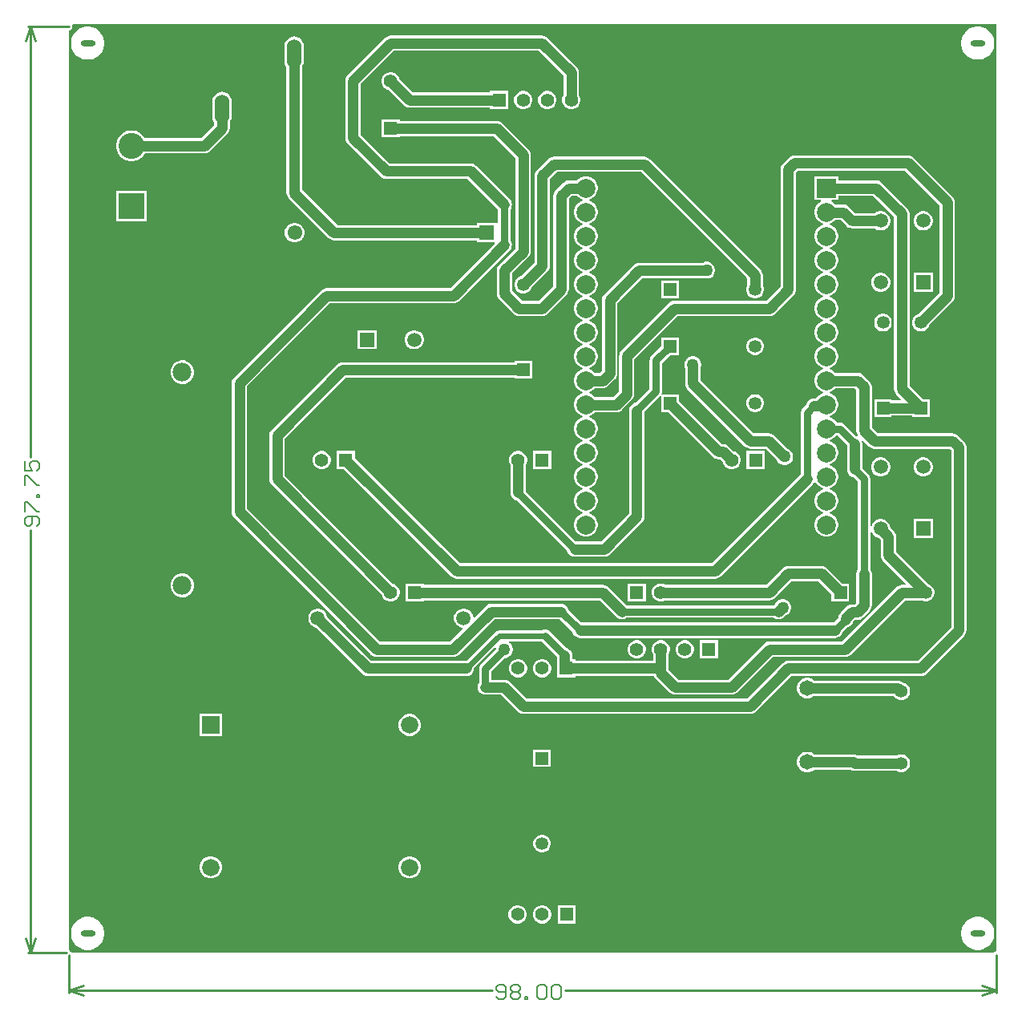
<source format=gbl>
%FSLAX23Y23*%
%MOIN*%
%SFA1B1*%

%IPPOS*%
%ADD12C,0.010000*%
%ADD30C,0.061020*%
%ADD31R,0.061020X0.061020*%
%ADD34C,0.107480*%
%ADD35R,0.107480X0.107480*%
%ADD37C,0.031500*%
%ADD38C,0.043310*%
%ADD39C,0.023620*%
%ADD40C,0.078740*%
%ADD41R,0.078740X0.078740*%
%ADD42C,0.072000*%
%ADD43R,0.072000X0.072000*%
%ADD44R,0.059370X0.059370*%
%ADD45C,0.059370*%
%ADD46O,0.060000X0.120000*%
%ADD47R,0.055120X0.055120*%
%ADD48C,0.055120*%
%ADD49R,0.053150X0.053150*%
%ADD50C,0.053150*%
%ADD51R,0.055120X0.055120*%
%ADD52C,0.064960*%
%ADD53C,0.077950*%
%ADD54R,0.053150X0.053150*%
%ADD55C,0.053470*%
%ADD56C,0.050000*%
%ADD57C,0.006000*%
%ADD58O,0.061020X0.023620*%
%LNpcb2-1*%
%LPD*%
G36*
X7086Y1028D02*
X7080Y1027D01*
X7075Y1024*
X7075Y1023*
X3239*
X3239Y1024*
X3234Y1027*
X3232Y1028*
X3232Y1029*
X3229Y1034*
X3228Y1034*
Y4856*
X3234Y4857*
X3239Y4861*
X3242Y4866*
X3243Y4871*
X3242Y4876*
X3245Y4881*
X7086*
Y1028*
G37*
%LNpcb2-2*%
%LPC*%
G36*
X7014Y4872D02*
X7001D01*
X6987Y4869*
X6975Y4864*
X6963Y4856*
X6954Y4847*
X6946Y4835*
X6941Y4823*
X6938Y4809*
Y4796*
X6941Y4783*
X6946Y4770*
X6954Y4759*
X6963Y4749*
X6975Y4741*
X6987Y4736*
X7001Y4734*
X7014*
X7028Y4736*
X7040Y4741*
X7051Y4749*
X7061Y4759*
X7069Y4770*
X7074Y4783*
X7076Y4796*
Y4809*
X7074Y4823*
X7069Y4835*
X7061Y4847*
X7051Y4856*
X7040Y4864*
X7028Y4869*
X7014Y4872*
G37*
G36*
X3313D02*
X3300D01*
X3286Y4869*
X3274Y4864*
X3263Y4856*
X3253Y4847*
X3245Y4835*
X3240Y4823*
X3238Y4809*
Y4796*
X3240Y4783*
X3245Y4770*
X3253Y4759*
X3263Y4749*
X3274Y4741*
X3286Y4736*
X3300Y4734*
X3313*
X3327Y4736*
X3339Y4741*
X3351Y4749*
X3360Y4759*
X3368Y4770*
X3373Y4783*
X3376Y4796*
Y4809*
X3373Y4823*
X3368Y4835*
X3360Y4847*
X3351Y4856*
X3339Y4864*
X3327Y4869*
X3313Y4872*
G37*
G36*
X5223Y4604D02*
X5213D01*
X5203Y4601*
X5195Y4596*
X5188Y4589*
X5183Y4581*
X5180Y4571*
Y4561*
X5183Y4552*
X5188Y4543*
X5195Y4536*
X5203Y4531*
X5213Y4529*
X5223*
X5232Y4531*
X5241Y4536*
X5248Y4543*
X5253Y4552*
X5255Y4561*
Y4571*
X5253Y4581*
X5248Y4589*
X5241Y4596*
X5232Y4601*
X5223Y4604*
G37*
G36*
X5123D02*
X5113D01*
X5103Y4601*
X5095Y4596*
X5088Y4589*
X5083Y4581*
X5080Y4571*
Y4561*
X5083Y4552*
X5088Y4543*
X5095Y4536*
X5103Y4531*
X5113Y4529*
X5123*
X5132Y4531*
X5141Y4536*
X5148Y4543*
X5153Y4552*
X5155Y4561*
Y4571*
X5153Y4581*
X5148Y4589*
X5141Y4596*
X5132Y4601*
X5123Y4604*
G37*
G36*
X4571Y4683D02*
X4561D01*
X4552Y4680*
X4543Y4675*
X4536Y4668*
X4531Y4660*
X4529Y4650*
Y4640*
X4531Y4631*
X4536Y4622*
X4543Y4615*
X4552Y4610*
X4558Y4609*
X4623Y4544*
X4629Y4539*
X4637Y4536*
X4645Y4535*
X4980*
Y4529*
X5055*
Y4604*
X4980*
Y4598*
X4658*
X4603Y4654*
X4601Y4660*
X4596Y4668*
X4589Y4675*
X4581Y4680*
X4571Y4683*
G37*
G36*
X3865Y4601D02*
X3855Y4599D01*
X3845Y4595*
X3837Y4589*
X3830Y4580*
X3826Y4571*
X3825Y4560*
Y4500*
X3826Y4490*
X3830Y4480*
X3833Y4476*
Y4462*
X3780Y4408*
X3544*
X3539Y4417*
X3530Y4426*
X3519Y4433*
X3508Y4438*
X3495Y4440*
X3483*
X3470Y4438*
X3459Y4433*
X3448Y4426*
X3440Y4417*
X3433Y4407*
X3428Y4395*
X3425Y4383*
Y4370*
X3428Y4358*
X3433Y4346*
X3440Y4336*
X3448Y4327*
X3459Y4320*
X3470Y4315*
X3483Y4313*
X3495*
X3508Y4315*
X3519Y4320*
X3530Y4327*
X3539Y4336*
X3544Y4345*
X3793*
X3801Y4346*
X3809Y4349*
X3816Y4354*
X3888Y4426*
X3893Y4433*
X3896Y4440*
X3897Y4449*
Y4476*
X3900Y4480*
X3904Y4490*
X3906Y4500*
Y4560*
X3904Y4571*
X3900Y4580*
X3894Y4589*
X3885Y4595*
X3876Y4599*
X3865Y4601*
G37*
G36*
X3553Y4190D02*
X3425D01*
Y4063*
X3553*
Y4190*
G37*
G36*
X6786Y4104D02*
X6776D01*
X6766Y4101*
X6757Y4096*
X6749Y4089*
X6744Y4080*
X6741Y4070*
Y4059*
X6744Y4049*
X6749Y4040*
X6757Y4033*
X6766Y4027*
X6776Y4025*
X6786*
X6796Y4027*
X6805Y4033*
X6813Y4040*
X6818Y4049*
X6821Y4059*
Y4070*
X6818Y4080*
X6813Y4089*
X6805Y4096*
X6796Y4101*
X6786Y4104*
G37*
G36*
X5196Y4835D02*
X4566D01*
X4558Y4833*
X4550Y4830*
X4544Y4825*
X4386Y4668*
X4381Y4661*
X4378Y4653*
X4377Y4645*
Y4409*
X4378Y4401*
X4381Y4393*
X4386Y4386*
X4525Y4248*
X4531Y4243*
X4539Y4240*
X4547Y4239*
X4886*
X5013Y4112*
Y3986*
X5012Y3985*
X5007Y3988*
Y4056*
X4926*
Y4047*
X4344*
X4197Y4194*
Y4706*
X4200Y4710*
X4204Y4720*
X4206Y4730*
Y4790*
X4204Y4801*
X4200Y4810*
X4194Y4819*
X4185Y4825*
X4176Y4829*
X4165Y4831*
X4155Y4829*
X4145Y4825*
X4137Y4819*
X4130Y4810*
X4126Y4801*
X4125Y4790*
Y4730*
X4126Y4720*
X4130Y4710*
X4133Y4706*
Y4180*
X4134Y4172*
X4138Y4164*
X4143Y4158*
X4308Y3993*
X4314Y3988*
X4322Y3984*
X4330Y3983*
X4926*
Y3975*
X4998*
X5000Y3970*
X4814Y3784*
X4300*
X4291Y3783*
X4284Y3780*
X4277Y3775*
X3914Y3412*
X3909Y3405*
X3906Y3398*
X3905Y3390*
Y2855*
X3906Y2847*
X3909Y2840*
X3914Y2833*
X4486Y2260*
X4493Y2255*
X4501Y2252*
X4509Y2251*
X4826*
X4835Y2252*
X4842Y2255*
X4849Y2260*
X4997Y2409*
X5270*
X5323Y2356*
X5323Y2353*
X5326Y2346*
X5331Y2339*
X5338Y2334*
X5346Y2331*
X5354Y2330*
X6414*
X6422Y2331*
X6430Y2334*
X6437Y2339*
X6442Y2346*
X6445Y2353*
X6445Y2356*
X6465Y2375*
X6467Y2376*
X6475Y2379*
X6482Y2384*
X6487Y2391*
X6490Y2398*
X6490Y2399*
X6498Y2406*
X6510*
X6518Y2407*
X6526Y2411*
X6532Y2416*
X6558Y2441*
X6563Y2448*
X6566Y2455*
X6567Y2464*
Y2598*
X6566Y2606*
X6563Y2614*
X6561Y2616*
Y2773*
X6566Y2773*
X6567Y2770*
X6572Y2761*
X6579Y2753*
X6589Y2748*
X6596Y2746*
X6604Y2738*
Y2674*
X6605Y2666*
X6608Y2658*
X6613Y2652*
X6709Y2556*
X6707Y2551*
X6692*
X6684Y2550*
X6676Y2547*
X6670Y2542*
X6443Y2315*
X6141*
X6133Y2314*
X6125Y2311*
X6119Y2306*
X5971Y2157*
X5764*
X5722Y2199*
Y2263*
X5725Y2268*
X5728Y2278*
Y2288*
X5725Y2297*
X5720Y2306*
X5713Y2313*
X5705Y2318*
X5695Y2321*
X5685*
X5676Y2318*
X5667Y2313*
X5660Y2306*
X5655Y2297*
X5652Y2288*
Y2278*
X5655Y2268*
X5658Y2263*
Y2236*
X5334*
Y2242*
X5322*
Y2258*
X5321Y2266*
X5318Y2274*
X5313Y2280*
X5306Y2285*
X5299Y2288*
X5296Y2289*
X5227Y2358*
X5221Y2362*
X5215Y2365*
X5208Y2366*
X5202Y2365*
X5195Y2362*
X5195Y2362*
X5017*
X5008Y2360*
X5001Y2355*
X4882Y2236*
X4881Y2236*
X4485*
X4303Y2418*
X4300Y2428*
X4295Y2437*
X4288Y2445*
X4279Y2450*
X4269Y2453*
X4258*
X4248Y2450*
X4239Y2445*
X4232Y2437*
X4226Y2428*
X4224Y2418*
Y2408*
X4226Y2398*
X4232Y2389*
X4239Y2381*
X4248Y2376*
X4258Y2373*
X4449Y2182*
X4456Y2177*
X4464Y2173*
X4472Y2172*
X4881*
X4890Y2173*
X4897Y2177*
X4904Y2182*
X4909Y2188*
X4912Y2196*
X4913Y2204*
X4913Y2205*
X5001Y2292*
X5005Y2290*
X5005Y2287*
Y2284*
X4942Y2221*
X4938Y2216*
X4935Y2210*
X4934Y2203*
Y2144*
X4932Y2141*
X4929Y2134*
X4928Y2125*
X4929Y2117*
X4932Y2110*
X4938Y2103*
X4944Y2098*
X4952Y2095*
X4960Y2094*
X5026*
X5095Y2024*
X5102Y2019*
X5109Y2016*
X5118Y2015*
X6062*
X6071Y2016*
X6078Y2019*
X6085Y2024*
X6233Y2172*
X6771*
X6779Y2173*
X6787Y2177*
X6794Y2182*
X6951Y2339*
X6956Y2346*
X6959Y2353*
X6961Y2362*
Y3124*
X6959Y3132*
X6956Y3140*
X6951Y3146*
X6926Y3172*
X6919Y3177*
X6912Y3180*
X6903Y3181*
X6590*
X6567Y3204*
Y3375*
X6566Y3383*
X6563Y3391*
X6558Y3397*
X6532Y3423*
X6526Y3428*
X6518Y3431*
X6510Y3432*
X6415*
X6408Y3440*
X6397Y3446*
X6391Y3448*
Y3453*
X6397Y3454*
X6408Y3461*
X6417Y3470*
X6423Y3481*
X6427Y3494*
Y3507*
X6423Y3519*
X6417Y3531*
X6408Y3540*
X6397Y3546*
X6391Y3548*
Y3553*
X6397Y3554*
X6408Y3561*
X6417Y3570*
X6423Y3581*
X6427Y3594*
Y3607*
X6423Y3619*
X6417Y3631*
X6408Y3640*
X6397Y3646*
X6391Y3648*
Y3653*
X6397Y3654*
X6408Y3661*
X6417Y3670*
X6423Y3681*
X6427Y3694*
Y3707*
X6423Y3719*
X6417Y3731*
X6408Y3740*
X6397Y3746*
X6391Y3748*
Y3753*
X6397Y3754*
X6408Y3761*
X6417Y3770*
X6423Y3781*
X6427Y3794*
Y3807*
X6423Y3819*
X6417Y3831*
X6408Y3840*
X6397Y3846*
X6391Y3848*
Y3853*
X6397Y3854*
X6408Y3861*
X6417Y3870*
X6423Y3881*
X6427Y3894*
Y3907*
X6423Y3919*
X6417Y3931*
X6408Y3940*
X6397Y3946*
X6391Y3948*
Y3953*
X6397Y3954*
X6408Y3961*
X6417Y3970*
X6423Y3981*
X6427Y3994*
Y4007*
X6423Y4019*
X6417Y4031*
X6408Y4040*
X6397Y4046*
X6391Y4048*
Y4053*
X6397Y4054*
X6408Y4061*
X6415Y4068*
X6437*
X6463Y4042*
X6470Y4037*
X6477Y4034*
X6486Y4033*
X6580*
X6589Y4027*
X6599Y4025*
X6609*
X6619Y4027*
X6628Y4033*
X6636Y4040*
X6641Y4049*
X6644Y4059*
Y4070*
X6641Y4080*
X6636Y4089*
X6628Y4096*
X6619Y4101*
X6609Y4104*
X6599*
X6589Y4101*
X6580Y4096*
X6499*
X6472Y4123*
X6466Y4128*
X6458Y4131*
X6450Y4132*
X6415*
X6408Y4140*
X6401Y4144*
X6400Y4150*
X6401Y4151*
X6427*
Y4168*
X6573*
X6660Y4081*
Y3366*
X6662Y3357*
X6665Y3350*
X6670Y3343*
X6689Y3323*
X6688Y3319*
X6650*
Y3323*
X6577*
Y3250*
X6650*
Y3255*
X6735*
Y3250*
X6808*
Y3323*
X6780*
X6724Y3379*
Y4094*
X6723Y4102*
X6720Y4110*
X6715Y4117*
X6609Y4223*
X6602Y4228*
X6594Y4231*
X6586Y4232*
X6427*
Y4250*
X6328*
Y4151*
X6354*
X6355Y4150*
X6354Y4144*
X6347Y4140*
X6338Y4131*
X6331Y4119*
X6328Y4107*
Y4094*
X6331Y4081*
X6338Y4070*
X6347Y4061*
X6358Y4054*
X6364Y4053*
Y4048*
X6358Y4046*
X6347Y4040*
X6338Y4031*
X6331Y4019*
X6328Y4007*
Y3994*
X6331Y3981*
X6338Y3970*
X6347Y3961*
X6358Y3954*
X6364Y3953*
Y3948*
X6358Y3946*
X6347Y3940*
X6338Y3931*
X6331Y3919*
X6328Y3907*
Y3894*
X6331Y3881*
X6338Y3870*
X6347Y3861*
X6358Y3854*
X6364Y3853*
Y3848*
X6358Y3846*
X6347Y3840*
X6338Y3831*
X6331Y3819*
X6328Y3807*
Y3794*
X6331Y3781*
X6338Y3770*
X6347Y3761*
X6358Y3754*
X6364Y3753*
Y3748*
X6358Y3746*
X6347Y3740*
X6338Y3731*
X6331Y3719*
X6328Y3707*
Y3694*
X6331Y3681*
X6338Y3670*
X6347Y3661*
X6358Y3654*
X6364Y3653*
Y3648*
X6358Y3646*
X6347Y3640*
X6338Y3631*
X6331Y3619*
X6328Y3607*
Y3594*
X6331Y3581*
X6338Y3570*
X6347Y3561*
X6358Y3554*
X6364Y3553*
Y3548*
X6358Y3546*
X6347Y3540*
X6338Y3531*
X6331Y3519*
X6328Y3507*
Y3494*
X6331Y3481*
X6338Y3470*
X6347Y3461*
X6358Y3454*
X6364Y3453*
Y3448*
X6358Y3446*
X6347Y3440*
X6338Y3431*
X6331Y3419*
X6328Y3407*
Y3394*
X6331Y3381*
X6338Y3370*
X6347Y3361*
X6358Y3354*
X6364Y3353*
Y3348*
X6358Y3346*
X6347Y3340*
X6338Y3331*
X6335Y3325*
X6325*
X6317Y3324*
X6309Y3321*
X6302Y3316*
X6297Y3309*
X6294Y3302*
X6294Y3299*
X6280Y3286*
X6276Y3280*
X6274Y3274*
X6273Y3267*
Y3011*
X5903Y2641*
X4855*
X4418Y3078*
Y3108*
X4343*
Y3033*
X4373*
X4819Y2587*
X4825Y2582*
X4833Y2578*
X4841Y2577*
X5916*
X5925Y2578*
X5932Y2582*
X5939Y2587*
X6321Y2969*
X6326Y2976*
X6327Y2978*
X6333Y2979*
X6338Y2970*
X6347Y2961*
X6358Y2954*
X6364Y2953*
Y2948*
X6358Y2946*
X6347Y2940*
X6338Y2931*
X6331Y2919*
X6328Y2907*
Y2894*
X6331Y2881*
X6338Y2870*
X6347Y2861*
X6358Y2854*
X6364Y2853*
Y2848*
X6358Y2846*
X6347Y2840*
X6338Y2831*
X6331Y2819*
X6328Y2807*
Y2794*
X6331Y2781*
X6338Y2770*
X6347Y2761*
X6358Y2754*
X6371Y2751*
X6384*
X6397Y2754*
X6408Y2761*
X6417Y2770*
X6423Y2781*
X6427Y2794*
Y2807*
X6423Y2819*
X6417Y2831*
X6408Y2840*
X6397Y2846*
X6391Y2848*
Y2853*
X6397Y2854*
X6408Y2861*
X6417Y2870*
X6423Y2881*
X6427Y2894*
Y2907*
X6423Y2919*
X6417Y2931*
X6408Y2940*
X6397Y2946*
X6391Y2948*
Y2953*
X6397Y2954*
X6408Y2961*
X6417Y2970*
X6423Y2981*
X6427Y2994*
Y3007*
X6423Y3019*
X6417Y3031*
X6408Y3040*
X6397Y3046*
X6391Y3048*
Y3053*
X6397Y3054*
X6408Y3061*
X6417Y3070*
X6423Y3081*
X6427Y3094*
Y3107*
X6423Y3119*
X6417Y3131*
X6408Y3140*
X6397Y3146*
X6391Y3148*
Y3153*
X6397Y3154*
X6408Y3161*
X6417Y3170*
X6418Y3173*
X6424*
X6464Y3133*
Y3031*
X6465Y3023*
X6468Y3015*
X6473Y3008*
X6480Y3003*
X6487Y3000*
X6490Y3000*
X6509Y2981*
Y2616*
X6507Y2614*
X6504Y2606*
X6503Y2598*
Y2477*
X6496Y2470*
X6484*
X6476Y2469*
X6469Y2466*
X6462Y2461*
X6437Y2435*
X6431Y2429*
X6428Y2421*
X6427Y2413*
Y2411*
X6409Y2394*
X5359*
X5306Y2446*
X5306Y2449*
X5303Y2456*
X5298Y2463*
X5291Y2468*
X5283Y2471*
X5275Y2472*
X4984*
X4976Y2471*
X4968Y2468*
X4961Y2463*
X4914Y2416*
X4909Y2418*
Y2418*
X4907Y2428*
X4901Y2437*
X4894Y2445*
X4885Y2450*
X4875Y2453*
X4864*
X4854Y2450*
X4845Y2445*
X4838Y2437*
X4833Y2428*
X4830Y2418*
Y2408*
X4833Y2398*
X4838Y2389*
X4845Y2381*
X4854Y2376*
X4864Y2373*
X4865*
X4867Y2369*
X4813Y2315*
X4522*
X3968Y2869*
Y3376*
X4313Y3721*
X4828*
X4836Y3722*
X4843Y3725*
X4850Y3730*
X5061Y3941*
X5067Y3948*
X5070Y3956*
X5071Y3964*
X5070Y3972*
X5067Y3980*
X5065Y3982*
Y4113*
X5067Y4115*
X5070Y4123*
X5071Y4131*
X5070Y4139*
X5067Y4147*
X5061Y4154*
X4922Y4293*
X4915Y4298*
X4908Y4301*
X4900Y4302*
X4561*
X4441Y4422*
Y4632*
X4580Y4771*
X5183*
X5286Y4668*
Y4586*
X5283Y4581*
X5280Y4571*
Y4561*
X5283Y4552*
X5288Y4543*
X5295Y4536*
X5303Y4531*
X5313Y4529*
X5323*
X5332Y4531*
X5341Y4536*
X5348Y4543*
X5353Y4552*
X5355Y4561*
Y4571*
X5353Y4581*
X5350Y4586*
Y4681*
X5348Y4690*
X5345Y4697*
X5340Y4704*
X5219Y4825*
X5212Y4830*
X5205Y4833*
X5196Y4835*
G37*
G36*
X4172Y4056D02*
X4161D01*
X4151Y4053*
X4142Y4048*
X4134Y4040*
X4129Y4031*
X4126Y4021*
Y4010*
X4129Y4000*
X4134Y3990*
X4142Y3983*
X4151Y3978*
X4161Y3975*
X4172*
X4182Y3978*
X4192Y3983*
X4199Y3990*
X4205Y4000*
X4207Y4010*
Y4021*
X4205Y4031*
X4199Y4040*
X4192Y4048*
X4182Y4053*
X4172Y4056*
G37*
G36*
X6821Y3848D02*
X6741D01*
Y3769*
X6821*
Y3848*
G37*
G36*
X6609D02*
X6599D01*
X6589Y3846*
X6579Y3840*
X6572Y3833*
X6567Y3824*
X6564Y3814*
Y3803*
X6567Y3793*
X6572Y3784*
X6579Y3777*
X6589Y3772*
X6599Y3769*
X6609*
X6619Y3772*
X6628Y3777*
X6636Y3784*
X6641Y3793*
X6644Y3803*
Y3814*
X6641Y3824*
X6636Y3833*
X6628Y3840*
X6619Y3846*
X6609Y3848*
G37*
G36*
X5621Y4331D02*
X5244D01*
X5236Y4330*
X5228Y4327*
X5222Y4322*
X5174Y4274*
X5169Y4267*
X5166Y4260*
X5164Y4251*
Y3891*
X5108Y3834*
X5103Y3833*
X5095Y3828*
X5088Y3821*
X5084Y3813*
X5081Y3804*
Y3794*
X5084Y3785*
X5088Y3776*
X5095Y3769*
X5103Y3765*
X5113Y3762*
X5122*
X5132Y3765*
X5140Y3769*
X5147Y3776*
X5152Y3785*
X5153Y3789*
X5219Y3855*
X5224Y3861*
X5227Y3869*
X5228Y3877*
Y4238*
X5258Y4268*
X5608*
X6050Y3825*
Y3797*
X6048Y3793*
X6046Y3784*
Y3774*
X6048Y3765*
X6053Y3757*
X6060Y3750*
X6068Y3745*
X6077Y3742*
X6087*
X6096Y3745*
X6105Y3750*
X6111Y3757*
X6116Y3765*
X6119Y3774*
Y3784*
X6116Y3793*
X6114Y3797*
Y3838*
X6113Y3846*
X6110Y3854*
X6105Y3861*
X5643Y4322*
X5637Y4327*
X5629Y4330*
X5621Y4331*
G37*
G36*
X5764Y3816D02*
X5691D01*
Y3742*
X5764*
Y3816*
G37*
G36*
X4604Y4486D02*
X4529D01*
Y4411*
X4604*
Y4416*
X4994*
X5086Y4325*
Y3950*
X5016Y3880*
X5011Y3874*
X5008Y3866*
X5007Y3858*
Y3761*
X5008Y3753*
X5011Y3745*
X5016Y3738*
X5077Y3678*
X5084Y3673*
X5091Y3669*
X5100Y3668*
X5196*
X5205Y3669*
X5212Y3673*
X5219Y3678*
X5298Y3756*
X5303Y3763*
X5306Y3771*
X5307Y3779*
Y4155*
X5320Y4168*
X5340*
X5347Y4161*
X5358Y4154*
X5364Y4153*
Y4148*
X5358Y4146*
X5347Y4140*
X5338Y4131*
X5331Y4119*
X5328Y4107*
Y4094*
X5331Y4081*
X5338Y4070*
X5347Y4061*
X5358Y4054*
X5364Y4053*
Y4048*
X5358Y4046*
X5347Y4040*
X5338Y4031*
X5331Y4019*
X5328Y4007*
Y3994*
X5331Y3981*
X5338Y3970*
X5347Y3961*
X5358Y3954*
X5364Y3953*
Y3948*
X5358Y3946*
X5347Y3940*
X5338Y3931*
X5331Y3919*
X5328Y3907*
Y3894*
X5331Y3881*
X5338Y3870*
X5347Y3861*
X5358Y3854*
X5364Y3853*
Y3848*
X5358Y3846*
X5347Y3840*
X5338Y3831*
X5331Y3819*
X5328Y3807*
Y3794*
X5331Y3781*
X5338Y3770*
X5347Y3761*
X5358Y3754*
X5364Y3753*
Y3748*
X5358Y3746*
X5347Y3740*
X5338Y3731*
X5331Y3719*
X5328Y3707*
Y3694*
X5331Y3681*
X5338Y3670*
X5347Y3661*
X5358Y3654*
X5364Y3653*
Y3648*
X5358Y3646*
X5347Y3640*
X5338Y3631*
X5331Y3619*
X5328Y3607*
Y3594*
X5331Y3581*
X5338Y3570*
X5347Y3561*
X5358Y3554*
X5364Y3553*
Y3548*
X5358Y3546*
X5347Y3540*
X5338Y3531*
X5331Y3519*
X5328Y3507*
Y3494*
X5331Y3481*
X5338Y3470*
X5347Y3461*
X5358Y3454*
X5364Y3453*
Y3448*
X5358Y3446*
X5347Y3440*
X5338Y3431*
X5331Y3419*
X5328Y3407*
Y3394*
X5331Y3381*
X5338Y3370*
X5347Y3361*
X5358Y3354*
X5364Y3353*
Y3348*
X5358Y3346*
X5347Y3340*
X5338Y3331*
X5331Y3319*
X5328Y3307*
Y3294*
X5331Y3281*
X5338Y3270*
X5347Y3261*
X5358Y3254*
X5364Y3253*
Y3248*
X5358Y3246*
X5347Y3240*
X5338Y3231*
X5331Y3219*
X5328Y3207*
Y3194*
X5331Y3181*
X5338Y3170*
X5347Y3161*
X5358Y3154*
X5364Y3153*
Y3148*
X5358Y3146*
X5347Y3140*
X5338Y3131*
X5331Y3119*
X5328Y3107*
Y3094*
X5331Y3081*
X5338Y3070*
X5347Y3061*
X5358Y3054*
X5364Y3053*
Y3048*
X5358Y3046*
X5347Y3040*
X5338Y3031*
X5331Y3019*
X5328Y3007*
Y2994*
X5331Y2981*
X5338Y2970*
X5347Y2961*
X5358Y2954*
X5364Y2953*
Y2948*
X5358Y2946*
X5347Y2940*
X5338Y2931*
X5331Y2919*
X5328Y2907*
Y2894*
X5331Y2881*
X5338Y2870*
X5347Y2861*
X5358Y2854*
X5364Y2853*
Y2848*
X5358Y2846*
X5347Y2840*
X5338Y2831*
X5331Y2819*
X5328Y2807*
Y2794*
X5331Y2781*
X5338Y2770*
X5347Y2761*
X5358Y2754*
X5371Y2751*
X5384*
X5397Y2754*
X5408Y2761*
X5417Y2770*
X5423Y2781*
X5427Y2794*
Y2807*
X5423Y2819*
X5417Y2831*
X5408Y2840*
X5397Y2846*
X5391Y2848*
Y2853*
X5397Y2854*
X5408Y2861*
X5417Y2870*
X5423Y2881*
X5427Y2894*
Y2907*
X5423Y2919*
X5417Y2931*
X5408Y2940*
X5397Y2946*
X5391Y2948*
Y2953*
X5397Y2954*
X5408Y2961*
X5417Y2970*
X5423Y2981*
X5427Y2994*
Y3007*
X5423Y3019*
X5417Y3031*
X5408Y3040*
X5397Y3046*
X5391Y3048*
Y3053*
X5397Y3054*
X5408Y3061*
X5417Y3070*
X5423Y3081*
X5427Y3094*
Y3107*
X5423Y3119*
X5417Y3131*
X5408Y3140*
X5397Y3146*
X5391Y3148*
Y3153*
X5397Y3154*
X5408Y3161*
X5417Y3170*
X5423Y3181*
X5427Y3194*
Y3207*
X5423Y3219*
X5417Y3231*
X5408Y3240*
X5397Y3246*
X5391Y3248*
Y3253*
X5397Y3254*
X5408Y3261*
X5415Y3268*
X5505*
X5513Y3269*
X5521Y3273*
X5528Y3278*
X5570Y3321*
X5575Y3327*
X5579Y3335*
X5580Y3343*
Y3489*
X5760Y3668*
X6141*
X6149Y3669*
X6157Y3673*
X6164Y3678*
X6243Y3756*
X6248Y3763*
X6251Y3771*
X6252Y3779*
Y4266*
X6259Y4273*
X6705*
X6849Y4129*
Y3764*
X6761Y3676*
X6757Y3675*
X6749Y3671*
X6742Y3664*
X6737Y3655*
X6735Y3646*
Y3636*
X6737Y3627*
X6742Y3619*
X6749Y3612*
X6757Y3607*
X6766Y3605*
X6776*
X6785Y3607*
X6794Y3612*
X6800Y3619*
X6805Y3627*
X6806Y3631*
X6903Y3728*
X6908Y3735*
X6912Y3743*
X6913Y3751*
Y4142*
X6912Y4150*
X6908Y4158*
X6903Y4164*
X6741Y4327*
X6734Y4332*
X6726Y4335*
X6718Y4336*
X6245*
X6237Y4335*
X6229Y4332*
X6223Y4327*
X6197Y4302*
X6192Y4295*
X6189Y4287*
X6188Y4279*
Y3792*
X6128Y3732*
X5746*
X5738Y3731*
X5730Y3728*
X5724Y3723*
X5525Y3524*
X5520Y3518*
X5517Y3510*
X5516Y3502*
Y3356*
X5492Y3332*
X5415*
X5408Y3340*
X5397Y3346*
X5391Y3348*
Y3353*
X5397Y3354*
X5408Y3361*
X5415Y3368*
X5448*
X5456Y3369*
X5463Y3373*
X5470Y3378*
X5499Y3407*
X5504Y3413*
X5507Y3421*
X5508Y3429*
Y3722*
X5613Y3827*
X5866*
X5867Y3826*
X5876Y3824*
X5885*
X5894Y3826*
X5902Y3830*
X5909Y3837*
X5913Y3845*
X5916Y3854*
Y3863*
X5913Y3872*
X5909Y3880*
X5902Y3887*
X5894Y3891*
X5885Y3894*
X5876*
X5867Y3891*
X5866Y3890*
X5600*
X5591Y3889*
X5584Y3886*
X5577Y3881*
X5454Y3758*
X5449Y3751*
X5446Y3744*
X5445Y3736*
Y3442*
X5434Y3432*
X5415*
X5408Y3440*
X5397Y3446*
X5391Y3448*
Y3453*
X5397Y3454*
X5408Y3461*
X5417Y3470*
X5423Y3481*
X5427Y3494*
Y3507*
X5423Y3519*
X5417Y3531*
X5408Y3540*
X5397Y3546*
X5391Y3548*
Y3553*
X5397Y3554*
X5408Y3561*
X5417Y3570*
X5423Y3581*
X5427Y3594*
Y3607*
X5423Y3619*
X5417Y3631*
X5408Y3640*
X5397Y3646*
X5391Y3648*
Y3653*
X5397Y3654*
X5408Y3661*
X5417Y3670*
X5423Y3681*
X5427Y3694*
Y3707*
X5423Y3719*
X5417Y3731*
X5408Y3740*
X5397Y3746*
X5391Y3748*
Y3753*
X5397Y3754*
X5408Y3761*
X5417Y3770*
X5423Y3781*
X5427Y3794*
Y3807*
X5423Y3819*
X5417Y3831*
X5408Y3840*
X5397Y3846*
X5391Y3848*
Y3853*
X5397Y3854*
X5408Y3861*
X5417Y3870*
X5423Y3881*
X5427Y3894*
Y3907*
X5423Y3919*
X5417Y3931*
X5408Y3940*
X5397Y3946*
X5391Y3948*
Y3953*
X5397Y3954*
X5408Y3961*
X5417Y3970*
X5423Y3981*
X5427Y3994*
Y4007*
X5423Y4019*
X5417Y4031*
X5408Y4040*
X5397Y4046*
X5391Y4048*
Y4053*
X5397Y4054*
X5408Y4061*
X5417Y4070*
X5423Y4081*
X5427Y4094*
Y4107*
X5423Y4119*
X5417Y4131*
X5408Y4140*
X5397Y4146*
X5391Y4148*
Y4153*
X5397Y4154*
X5408Y4161*
X5417Y4170*
X5423Y4181*
X5427Y4194*
Y4207*
X5423Y4219*
X5417Y4231*
X5408Y4240*
X5397Y4246*
X5384Y4250*
X5371*
X5358Y4246*
X5347Y4240*
X5340Y4232*
X5307*
X5298Y4231*
X5291Y4228*
X5284Y4223*
X5253Y4191*
X5247Y4185*
X5244Y4177*
X5243Y4169*
Y3792*
X5183Y3732*
X5113*
X5071Y3774*
Y3845*
X5140Y3914*
X5145Y3921*
X5148Y3928*
X5150Y3937*
Y4338*
X5148Y4346*
X5145Y4354*
X5140Y4360*
X5030Y4471*
X5023Y4476*
X5015Y4479*
X5007Y4480*
X4604*
Y4486*
G37*
G36*
X6618Y3678D02*
X6609D01*
X6600Y3675*
X6591Y3671*
X6584Y3664*
X6580Y3655*
X6577Y3646*
Y3636*
X6580Y3627*
X6584Y3619*
X6591Y3612*
X6600Y3607*
X6609Y3605*
X6618*
X6628Y3607*
X6636Y3612*
X6643Y3619*
X6648Y3627*
X6650Y3636*
Y3646*
X6648Y3655*
X6643Y3664*
X6636Y3671*
X6628Y3675*
X6618Y3678*
G37*
G36*
X4670Y3610D02*
X4660D01*
X4650Y3607*
X4640Y3602*
X4633Y3595*
X4628Y3586*
X4625Y3576*
Y3565*
X4628Y3555*
X4633Y3546*
X4640Y3539*
X4650Y3533*
X4660Y3531*
X4670*
X4680Y3533*
X4689Y3539*
X4697Y3546*
X4702Y3555*
X4705Y3565*
Y3576*
X4702Y3586*
X4697Y3595*
X4689Y3602*
X4680Y3607*
X4670Y3610*
G37*
G36*
X4508D02*
X4428D01*
Y3531*
X4508*
Y3610*
G37*
G36*
X6087Y3579D02*
X6077D01*
X6068Y3577*
X6060Y3572*
X6053Y3565*
X6048Y3557*
X6046Y3548*
Y3538*
X6048Y3529*
X6053Y3520*
X6060Y3514*
X6068Y3509*
X6077Y3506*
X6087*
X6096Y3509*
X6105Y3514*
X6111Y3520*
X6116Y3529*
X6119Y3538*
Y3548*
X6116Y3557*
X6111Y3565*
X6105Y3572*
X6096Y3577*
X6087Y3579*
G37*
G36*
X5154Y3481D02*
X5081D01*
Y3476*
X4365*
X4357Y3475*
X4349Y3472*
X4343Y3467*
X4071Y3196*
X4066Y3189*
X4063Y3181*
X4062Y3173*
Y2992*
X4063Y2983*
X4066Y2976*
X4071Y2969*
X4530Y2511*
X4531Y2505*
X4536Y2496*
X4543Y2489*
X4552Y2484*
X4561Y2482*
X4571*
X4581Y2484*
X4589Y2489*
X4596Y2496*
X4601Y2505*
X4604Y2514*
Y2524*
X4601Y2534*
X4596Y2542*
X4589Y2549*
X4581Y2554*
X4575Y2556*
X4126Y3005*
Y3160*
X4379Y3412*
X5081*
Y3408*
X5154*
Y3481*
G37*
G36*
X3707Y3484D02*
X3694D01*
X3681Y3480*
X3670Y3474*
X3661Y3465*
X3655Y3453*
X3651Y3441*
Y3428*
X3655Y3416*
X3661Y3404*
X3670Y3395*
X3681Y3389*
X3694Y3386*
X3707*
X3719Y3389*
X3730Y3395*
X3739Y3404*
X3746Y3416*
X3749Y3428*
Y3441*
X3746Y3453*
X3739Y3465*
X3730Y3474*
X3719Y3480*
X3707Y3484*
G37*
G36*
X6087Y3343D02*
X6077D01*
X6068Y3341*
X6060Y3336*
X6053Y3329*
X6048Y3321*
X6046Y3311*
Y3302*
X6048Y3292*
X6053Y3284*
X6060Y3277*
X6068Y3273*
X6077Y3270*
X6087*
X6096Y3273*
X6105Y3277*
X6111Y3284*
X6116Y3292*
X6119Y3302*
Y3311*
X6116Y3321*
X6111Y3329*
X6105Y3336*
X6096Y3341*
X6087Y3343*
G37*
G36*
X5827Y3501D02*
X5818D01*
X5809Y3498*
X5801Y3494*
X5794Y3487*
X5790Y3479*
X5788Y3470*
Y3461*
X5790Y3452*
X5791Y3451*
Y3389*
X5792Y3381*
X5795Y3373*
X5800Y3367*
X6040Y3127*
X6047Y3121*
X6054Y3118*
X6062Y3117*
X6126*
X6172Y3071*
X6172Y3070*
X6176Y3062*
X6183Y3055*
X6191Y3051*
X6200Y3049*
X6209*
X6218Y3051*
X6226Y3055*
X6233Y3062*
X6237Y3070*
X6240Y3079*
Y3088*
X6237Y3097*
X6233Y3105*
X6226Y3112*
X6218Y3116*
X6217Y3116*
X6161Y3172*
X6155Y3177*
X6147Y3180*
X6139Y3181*
X6076*
X5854Y3402*
Y3451*
X5855Y3452*
X5858Y3461*
Y3470*
X5855Y3479*
X5851Y3487*
X5844Y3494*
X5836Y3498*
X5827Y3501*
G37*
G36*
X6121Y3108D02*
X6046D01*
Y3033*
X6121*
Y3108*
G37*
G36*
X5764Y3579D02*
X5691D01*
Y3543*
X5650Y3502*
X5646Y3497*
X5644Y3490*
X5643Y3484*
Y3367*
X5585Y3308*
X5582Y3308*
X5574Y3305*
X5567Y3300*
X5562Y3293*
X5559Y3285*
X5558Y3277*
Y2847*
X5442Y2731*
X5336*
X5128Y2939*
Y3051*
X5131Y3056*
X5134Y3065*
Y3075*
X5131Y3085*
X5126Y3093*
X5119Y3100*
X5111Y3105*
X5101Y3108*
X5091*
X5082Y3105*
X5073Y3100*
X5066Y3093*
X5061Y3085*
X5059Y3075*
Y3065*
X5061Y3056*
X5064Y3051*
Y2934*
X5066Y2926*
X5069Y2918*
X5074Y2912*
X5080Y2907*
X5088Y2903*
X5091Y2903*
X5300Y2694*
X5300Y2691*
X5303Y2684*
X5308Y2677*
X5315Y2672*
X5323Y2669*
X5331Y2668*
X5455*
X5464Y2669*
X5471Y2672*
X5478Y2677*
X5613Y2812*
X5618Y2818*
X5621Y2826*
X5622Y2834*
Y3272*
X5686Y3337*
X5691Y3335*
Y3270*
X5719*
X5907Y3082*
X5914Y3077*
X5922Y3074*
X5930Y3073*
X5936*
X5947Y3062*
X5949Y3056*
X5954Y3047*
X5961Y3040*
X5969Y3035*
X5979Y3033*
X5989*
X5998Y3035*
X6007Y3040*
X6014Y3047*
X6019Y3056*
X6021Y3065*
Y3075*
X6019Y3085*
X6014Y3093*
X6007Y3100*
X5998Y3105*
X5992Y3107*
X5972Y3127*
X5965Y3132*
X5958Y3135*
X5950Y3137*
X5943*
X5764Y3315*
Y3343*
X5696*
X5693Y3347*
X5694Y3349*
X5695Y3356*
Y3473*
X5728Y3506*
X5764*
Y3579*
G37*
G36*
X5234Y3108D02*
X5159D01*
Y3033*
X5234*
Y3108*
G37*
G36*
X4285D02*
X4275D01*
X4266Y3105*
X4257Y3100*
X4250Y3093*
X4245Y3085*
X4243Y3075*
Y3065*
X4245Y3056*
X4250Y3047*
X4257Y3040*
X4266Y3035*
X4275Y3033*
X4285*
X4295Y3035*
X4303Y3040*
X4310Y3047*
X4315Y3056*
X4318Y3065*
Y3075*
X4315Y3085*
X4310Y3093*
X4303Y3100*
X4295Y3105*
X4285Y3108*
G37*
G36*
X3707Y2598D02*
X3694D01*
X3681Y2594*
X3670Y2588*
X3661Y2579*
X3655Y2568*
X3651Y2555*
Y2542*
X3655Y2530*
X3661Y2519*
X3670Y2510*
X3681Y2503*
X3694Y2500*
X3707*
X3719Y2503*
X3730Y2510*
X3739Y2519*
X3746Y2530*
X3749Y2542*
Y2555*
X3746Y2568*
X3739Y2579*
X3730Y2588*
X3719Y2594*
X3707Y2598*
G37*
G36*
X6358Y2630D02*
X6220D01*
X6212Y2629*
X6204Y2626*
X6197Y2621*
X6128Y2551*
X5710*
X5705Y2554*
X5695Y2557*
X5685*
X5676Y2554*
X5667Y2549*
X5660Y2542*
X5655Y2534*
X5652Y2524*
Y2514*
X5655Y2505*
X5660Y2496*
X5667Y2489*
X5676Y2484*
X5685Y2482*
X5695*
X5705Y2484*
X5710Y2487*
X6141*
X6149Y2488*
X6157Y2492*
X6164Y2497*
X6233Y2566*
X6345*
X6400Y2511*
Y2483*
X6473*
Y2556*
X6445*
X6380Y2621*
X6374Y2626*
X6366Y2629*
X6358Y2630*
G37*
G36*
X5628Y2557D02*
X5552D01*
Y2482*
X5628*
Y2557*
G37*
G36*
X4704D02*
X4629D01*
Y2482*
X4704*
Y2487*
X5436*
X5505Y2418*
X5512Y2413*
X5519Y2410*
X5528Y2409*
X5536Y2410*
X5544Y2413*
X5546Y2414*
X6160*
X6163Y2413*
X6170Y2410*
X6179Y2409*
X6187Y2410*
X6195Y2413*
X6201Y2418*
X6207Y2423*
X6210Y2424*
X6218Y2429*
X6225Y2435*
X6230Y2443*
X6232Y2452*
Y2461*
X6230Y2470*
X6225Y2478*
X6218Y2485*
X6210Y2490*
X6201Y2492*
X6192*
X6183Y2490*
X6175Y2485*
X6169Y2478*
X6165Y2472*
X6159Y2466*
X5547*
X5471Y2542*
X5465Y2547*
X5457Y2550*
X5449Y2551*
X4704*
Y2557*
G37*
G36*
X5928Y2321D02*
X5852D01*
Y2245*
X5928*
Y2321*
G37*
G36*
X5795D02*
X5785D01*
X5776Y2318*
X5767Y2313*
X5760Y2306*
X5755Y2297*
X5752Y2288*
Y2278*
X5755Y2268*
X5760Y2260*
X5767Y2253*
X5776Y2248*
X5785Y2245*
X5795*
X5805Y2248*
X5813Y2253*
X5820Y2260*
X5825Y2268*
X5828Y2278*
Y2288*
X5825Y2297*
X5820Y2306*
X5813Y2313*
X5805Y2318*
X5795Y2321*
G37*
G36*
X5595D02*
X5585D01*
X5576Y2318*
X5567Y2313*
X5560Y2306*
X5555Y2297*
X5552Y2288*
Y2278*
X5555Y2268*
X5560Y2260*
X5567Y2253*
X5576Y2248*
X5585Y2245*
X5595*
X5605Y2248*
X5613Y2253*
X5620Y2260*
X5625Y2268*
X5628Y2278*
Y2288*
X5625Y2297*
X5620Y2306*
X5613Y2313*
X5605Y2318*
X5595Y2321*
G37*
G36*
X6304Y2164D02*
X6293D01*
X6282Y2161*
X6273Y2156*
X6265Y2148*
X6259Y2138*
X6256Y2127*
Y2116*
X6259Y2105*
X6265Y2095*
X6273Y2088*
X6282Y2082*
X6293Y2079*
X6304*
X6315Y2082*
X6325Y2088*
X6327Y2090*
X6658*
X6660Y2087*
X6667Y2080*
X6675Y2075*
X6685Y2072*
X6694*
X6704Y2075*
X6712Y2080*
X6719Y2087*
X6724Y2095*
X6726Y2104*
Y2114*
X6724Y2123*
X6719Y2132*
X6712Y2139*
X6704Y2143*
X6695Y2146*
X6690Y2149*
X6683Y2152*
X6674Y2153*
X6327*
X6325Y2156*
X6315Y2161*
X6304Y2164*
G37*
G36*
X4651Y2014D02*
X4639D01*
X4627Y2011*
X4617Y2005*
X4608Y1996*
X4602Y1986*
X4599Y1974*
Y1962*
X4602Y1950*
X4608Y1940*
X4617Y1931*
X4627Y1925*
X4639Y1922*
X4651*
X4663Y1925*
X4673Y1931*
X4682Y1940*
X4688Y1950*
X4691Y1962*
Y1974*
X4688Y1986*
X4682Y1996*
X4673Y2005*
X4663Y2011*
X4651Y2014*
G37*
G36*
X3864D02*
X3772D01*
Y1922*
X3864*
Y2014*
G37*
G36*
X5233Y1867D02*
X5160D01*
Y1794*
X5233*
Y1867*
G37*
G36*
X6304Y1857D02*
X6293D01*
X6282Y1854*
X6273Y1848*
X6265Y1841*
X6259Y1831*
X6256Y1820*
Y1809*
X6259Y1798*
X6265Y1788*
X6273Y1780*
X6282Y1775*
X6293Y1772*
X6304*
X6315Y1775*
X6325Y1780*
X6327Y1783*
X6480*
X6480Y1782*
X6488Y1779*
X6496Y1778*
X6671*
X6675Y1776*
X6685Y1773*
X6694*
X6704Y1776*
X6712Y1781*
X6719Y1787*
X6724Y1796*
X6726Y1805*
Y1815*
X6724Y1824*
X6719Y1832*
X6712Y1839*
X6704Y1844*
X6694Y1847*
X6685*
X6675Y1844*
X6671Y1842*
X6508*
X6507Y1842*
X6500Y1845*
X6492Y1846*
X6327*
X6325Y1848*
X6315Y1854*
X6304Y1857*
G37*
G36*
X5201Y1512D02*
X5192D01*
X5182Y1510*
X5174Y1505*
X5167Y1498*
X5162Y1490*
X5160Y1481*
Y1471*
X5162Y1462*
X5167Y1453*
X5174Y1447*
X5182Y1442*
X5192Y1439*
X5201*
X5210Y1442*
X5219Y1447*
X5226Y1453*
X5230Y1462*
X5233Y1471*
Y1481*
X5230Y1490*
X5226Y1498*
X5219Y1505*
X5210Y1510*
X5201Y1512*
G37*
G36*
X4651Y1423D02*
X4639D01*
X4627Y1420*
X4617Y1414*
X4608Y1405*
X4602Y1395*
X4599Y1383*
Y1371*
X4602Y1359*
X4608Y1349*
X4617Y1340*
X4627Y1334*
X4639Y1331*
X4651*
X4663Y1334*
X4673Y1340*
X4682Y1349*
X4688Y1359*
X4691Y1371*
Y1383*
X4688Y1395*
X4682Y1405*
X4673Y1414*
X4663Y1420*
X4651Y1423*
G37*
G36*
X3824D02*
X3812D01*
X3800Y1420*
X3790Y1414*
X3781Y1405*
X3775Y1395*
X3772Y1383*
Y1371*
X3775Y1359*
X3781Y1349*
X3790Y1340*
X3800Y1334*
X3812Y1331*
X3824*
X3836Y1334*
X3846Y1340*
X3855Y1349*
X3861Y1359*
X3864Y1371*
Y1383*
X3861Y1395*
X3855Y1405*
X3846Y1414*
X3836Y1420*
X3824Y1423*
G37*
G36*
X5336Y1218D02*
X5261D01*
Y1143*
X5336*
Y1218*
G37*
G36*
X5201D02*
X5191D01*
X5182Y1216*
X5173Y1211*
X5166Y1204*
X5161Y1195*
X5159Y1186*
Y1176*
X5161Y1166*
X5166Y1158*
X5173Y1151*
X5182Y1146*
X5191Y1143*
X5201*
X5211Y1146*
X5219Y1151*
X5226Y1158*
X5231Y1166*
X5234Y1176*
Y1186*
X5231Y1195*
X5226Y1204*
X5219Y1211*
X5211Y1216*
X5201Y1218*
G37*
G36*
X5099D02*
X5089D01*
X5079Y1216*
X5071Y1211*
X5064Y1204*
X5059Y1195*
X5056Y1186*
Y1176*
X5059Y1166*
X5064Y1158*
X5071Y1151*
X5079Y1146*
X5089Y1143*
X5099*
X5108Y1146*
X5117Y1151*
X5124Y1158*
X5129Y1166*
X5132Y1176*
Y1186*
X5129Y1195*
X5124Y1204*
X5117Y1211*
X5108Y1216*
X5099Y1218*
G37*
G36*
X7014Y1171D02*
X7001D01*
X6987Y1168*
X6975Y1163*
X6963Y1156*
X6954Y1146*
X6946Y1135*
X6941Y1122*
X6938Y1109*
Y1095*
X6941Y1082*
X6946Y1069*
X6954Y1058*
X6963Y1048*
X6975Y1041*
X6987Y1035*
X7001Y1033*
X7014*
X7028Y1035*
X7040Y1041*
X7051Y1048*
X7061Y1058*
X7069Y1069*
X7074Y1082*
X7076Y1095*
Y1109*
X7074Y1122*
X7069Y1135*
X7061Y1146*
X7051Y1156*
X7040Y1163*
X7028Y1168*
X7014Y1171*
G37*
G36*
X3313D02*
X3300D01*
X3286Y1168*
X3274Y1163*
X3263Y1156*
X3253Y1146*
X3245Y1135*
X3240Y1122*
X3238Y1109*
Y1095*
X3240Y1082*
X3245Y1069*
X3253Y1058*
X3263Y1048*
X3274Y1041*
X3286Y1035*
X3300Y1033*
X3313*
X3327Y1035*
X3339Y1041*
X3351Y1048*
X3360Y1058*
X3368Y1069*
X3373Y1082*
X3376Y1095*
Y1109*
X3373Y1122*
X3368Y1135*
X3360Y1146*
X3351Y1156*
X3339Y1163*
X3327Y1168*
X3313Y1171*
G37*
%LNpcb2-3*%
%LPD*%
G36*
X6503Y3362D02*
Y3191D01*
X6504Y3183*
X6507Y3175*
X6510Y3172*
X6506Y3168*
X6504Y3169*
X6501Y3169*
X6454Y3217*
X6448Y3221*
X6442Y3224*
X6435Y3224*
X6421*
X6417Y3231*
X6408Y3240*
X6397Y3246*
X6391Y3248*
Y3253*
X6397Y3254*
X6408Y3261*
X6417Y3270*
X6423Y3281*
X6427Y3294*
Y3307*
X6423Y3319*
X6417Y3331*
X6408Y3340*
X6397Y3346*
X6391Y3348*
Y3353*
X6397Y3354*
X6408Y3361*
X6415Y3368*
X6496*
X6503Y3362*
G37*
G36*
X6554Y3127D02*
X6561Y3121D01*
X6568Y3118*
X6577Y3117*
X6890*
X6897Y3111*
Y2375*
X6758Y2236*
X6220*
X6212Y2235*
X6204Y2232*
X6197Y2227*
X6049Y2079*
X5131*
X5061Y2148*
X5055Y2153*
X5047Y2156*
X5039Y2157*
X4986*
Y2192*
X5041Y2247*
X5044*
X5053Y2250*
X5061Y2254*
X5068Y2261*
X5072Y2269*
X5075Y2278*
Y2287*
X5072Y2296*
X5068Y2304*
X5061Y2310*
X5057Y2312*
X5059Y2317*
X5194*
X5259Y2253*
Y2210*
X5259Y2208*
Y2167*
X5334*
Y2172*
X5661*
X5662Y2170*
X5667Y2163*
X5728Y2103*
X5734Y2098*
X5742Y2095*
X5750Y2094*
X5984*
X5992Y2095*
X6000Y2098*
X6006Y2103*
X6154Y2251*
X6456*
X6464Y2252*
X6472Y2255*
X6479Y2260*
X6706Y2487*
X6773*
X6777Y2485*
X6786Y2483*
X6796*
X6805Y2485*
X6813Y2490*
X6820Y2497*
X6825Y2505*
X6827Y2514*
Y2524*
X6825Y2533*
X6820Y2542*
X6813Y2548*
X6805Y2553*
X6801Y2554*
X6668Y2687*
Y2752*
X6667Y2760*
X6663Y2768*
X6658Y2774*
X6644Y2789*
Y2790*
X6641Y2800*
X6636Y2809*
X6628Y2817*
X6619Y2822*
X6609Y2825*
X6599*
X6589Y2822*
X6579Y2817*
X6572Y2809*
X6567Y2800*
X6566Y2797*
X6561Y2797*
Y2992*
X6560Y2998*
X6557Y3005*
X6553Y3010*
X6527Y3036*
Y3138*
X6526Y3146*
X6526Y3148*
X6530Y3151*
X6554Y3127*
G37*
%LNpcb2-4*%
%LPC*%
G36*
X6786Y3081D02*
X6776D01*
X6766Y3078*
X6757Y3073*
X6749Y3065*
X6744Y3056*
X6741Y3046*
Y3036*
X6744Y3026*
X6749Y3016*
X6757Y3009*
X6766Y3004*
X6776Y3001*
X6786*
X6796Y3004*
X6805Y3009*
X6813Y3016*
X6818Y3026*
X6821Y3036*
Y3046*
X6818Y3056*
X6813Y3065*
X6805Y3073*
X6796Y3078*
X6786Y3081*
G37*
G36*
X6609D02*
X6599D01*
X6589Y3078*
X6579Y3073*
X6572Y3065*
X6567Y3056*
X6564Y3046*
Y3036*
X6567Y3026*
X6572Y3016*
X6579Y3009*
X6589Y3004*
X6599Y3001*
X6609*
X6619Y3004*
X6628Y3009*
X6636Y3016*
X6641Y3026*
X6644Y3036*
Y3046*
X6641Y3056*
X6636Y3065*
X6628Y3073*
X6619Y3078*
X6609Y3081*
G37*
G36*
X6821Y2825D02*
X6741D01*
Y2745*
X6821*
Y2825*
G37*
G36*
X5201Y2242D02*
X5191D01*
X5182Y2239*
X5173Y2234*
X5166Y2227*
X5161Y2219*
X5159Y2209*
Y2199*
X5161Y2190*
X5166Y2181*
X5173Y2174*
X5182Y2169*
X5191Y2167*
X5201*
X5211Y2169*
X5219Y2174*
X5226Y2181*
X5231Y2190*
X5234Y2199*
Y2209*
X5231Y2219*
X5226Y2227*
X5219Y2234*
X5211Y2239*
X5201Y2242*
G37*
G36*
X5101D02*
X5091D01*
X5082Y2239*
X5073Y2234*
X5066Y2227*
X5061Y2219*
X5059Y2209*
Y2199*
X5061Y2190*
X5066Y2181*
X5073Y2174*
X5082Y2169*
X5091Y2167*
X5101*
X5111Y2169*
X5119Y2174*
X5126Y2181*
X5131Y2190*
X5134Y2199*
Y2209*
X5131Y2219*
X5126Y2227*
X5119Y2234*
X5111Y2239*
X5101Y2242*
G37*
%LNpcb2-5*%
%LPD*%
G54D12*
X3050Y1083D02*
X3070Y1023D01*
X3090Y1083*
X3070Y4871D02*
X3090Y4811D01*
X3050D02*
X3070Y4871D01*
Y1023D02*
Y2780D01*
Y3082D02*
Y4871D01*
X3060Y1023D02*
X3218D01*
X3060Y4871D02*
X3228D01*
Y866D02*
X3288Y886D01*
X3228Y866D02*
X3288Y846D01*
X7026D02*
X7086Y866D01*
X7026Y886D02*
X7086Y866D01*
X3228D02*
X4990D01*
X5292D02*
X7086D01*
X3228Y856D02*
Y1013D01*
X7086Y856D02*
Y1013D01*
G54D30*
X4167Y4015D03*
G54D31*
X4966Y4015D03*
G54D34*
X3489Y4376D03*
G54D35*
X3489Y4126D03*
G54D37*
X5669Y3356D02*
Y3484D01*
X5590Y3277D02*
X5669Y3356D01*
X4960Y2203D02*
X5040Y2282D01*
X4960Y2125D02*
Y2203D01*
X6414Y2362D02*
X6459Y2407D01*
X6535Y2598D02*
Y2992D01*
X6496Y3031D02*
X6535Y2992D01*
X6377Y3200D02*
X6379Y3198D01*
X6435D02*
X6496Y3138D01*
X6379Y3198D02*
X6435D01*
X6299Y2992D02*
Y3267D01*
X6325Y3294*
X5669Y3484D02*
X5728Y3543D01*
X5096Y2934D02*
X5331Y2700D01*
X5275Y2440D02*
X5354Y2362D01*
X5528Y2440D02*
X6179D01*
X5208Y2340D02*
X5290Y2258D01*
X5039Y3964D02*
Y4131D01*
G54D38*
X6903Y3149D02*
X6929Y3124D01*
Y2362D02*
Y3124D01*
X6577Y3149D02*
X6903D01*
X6771Y2204D02*
X6929Y2362D01*
X5590Y2834D02*
Y3277D01*
X5296Y2204D02*
X5690D01*
Y2186D02*
Y2283D01*
X5750Y2125D02*
X5984D01*
X5690Y2186D02*
X5750Y2125D01*
X4960D02*
X5039D01*
X6220Y2598D02*
X6358D01*
X6437Y2519*
X6141D02*
X6220Y2598D01*
X5690Y2519D02*
X6141D01*
X5690D02*
D01*
X4841Y2609D02*
X5916D01*
X4380Y3070D02*
X4841Y2609D01*
X5916D02*
X6299Y2992D01*
X6459Y2407D02*
Y2413D01*
X6510Y2438D02*
X6535Y2464D01*
Y2598*
X6459Y2413D02*
X6484Y2438D01*
X6510*
X6496Y3031D02*
Y3138D01*
X6771Y3641D02*
X6881Y3751D01*
X6718Y4305D02*
X6881Y4142D01*
Y3751D02*
Y4142D01*
X6245Y4305D02*
X6718D01*
X6139Y3149D02*
X6203Y3085D01*
X6062Y3149D02*
X6139D01*
X5823Y3389D02*
X6062Y3149D01*
X5823Y3389D02*
Y3466D01*
X5455Y2700D02*
X5590Y2834D01*
X5505Y3300D02*
X5548Y3343D01*
Y3502*
X5746Y3700*
X5331Y2700D02*
X5455D01*
X5096Y2934D02*
Y3070D01*
X6220Y2204D02*
X6771D01*
X6604Y2783D02*
Y2785D01*
X6636Y2674D02*
X6791Y2519D01*
X6636Y2674D02*
Y2752D01*
X6604Y2783D02*
X6636Y2752D01*
X5118Y2047D02*
X6062D01*
X5039Y2125D02*
X5118Y2047D01*
X4472Y2204D02*
X4881D01*
X4509Y2283D02*
X4826D01*
X4984Y2440*
X5275*
X5354Y2362D02*
X6414D01*
X4566Y4803D02*
X5196D01*
X5318Y4566D02*
Y4681D01*
X5196Y4803D02*
X5318Y4681D01*
X6486Y4064D02*
X6604D01*
X6377Y4100D02*
X6450D01*
X6486Y4064*
X6179Y2440D02*
X6195Y2457D01*
X6197*
X3937Y2855D02*
X4509Y2283D01*
X5290Y2210D02*
X5296Y2204D01*
X5290Y2210D02*
Y2258D01*
X5449Y2519D02*
X5528Y2440D01*
X6535Y3191D02*
Y3375D01*
Y3191D02*
X6577Y3149D01*
X6220Y3779D02*
Y4279D01*
X6141Y3700D02*
X6220Y3779D01*
X5746Y3700D02*
X6141D01*
X6377Y3400D02*
X6510D01*
X6535Y3375*
X6141Y2283D02*
X6456D01*
X5984Y2125D02*
X6141Y2283D01*
X6062Y2047D02*
X6220Y2204D01*
X5039Y3858D02*
X5118Y3937D01*
X5039Y3761D02*
X5100Y3700D01*
X5039Y3761D02*
Y3858D01*
X4409Y4645D02*
X4566Y4803D01*
X4409Y4409D02*
Y4645D01*
X6325Y3294D02*
X6371D01*
X6377Y3300*
X5377D02*
X5505D01*
X5477Y3429D02*
Y3736D01*
X5448Y3400D02*
X5477Y3429D01*
X5377Y3400D02*
X5448D01*
X6220Y4279D02*
X6245Y4305D01*
X5244Y4300D02*
X5621D01*
X6082Y3779D02*
Y3838D01*
X5621Y4300D02*
X6082Y3838D01*
X4263Y2413D02*
X4472Y2204D01*
X6456Y2283D02*
X6692Y2519D01*
X6791*
X6299Y2122D02*
X6674D01*
X6687Y2109*
X6690*
X3937Y3390D02*
X4300Y3753D01*
X3937Y2855D02*
Y3390D01*
X4094Y2992D02*
Y3173D01*
Y2992D02*
X4566Y2519D01*
X4094Y3173D02*
X4365Y3444D01*
X4900Y4271D02*
X5039Y4131D01*
X4828Y3753D02*
X5039Y3964D01*
X5118Y3937D02*
Y4338D01*
X5007Y4448D02*
X5118Y4338D01*
X5100Y3700D02*
X5196D01*
X5275Y3779*
Y4169*
X4666Y2519D02*
X5449D01*
X4300Y3753D02*
X4828D01*
X4547Y4271D02*
X4900D01*
X4409Y4409D02*
X4547Y4271D01*
X4165Y4180D02*
Y4760D01*
Y4180D02*
X4330Y4015D01*
X4966*
X6614Y3287D02*
X6771D01*
X6692Y3366D02*
X6771Y3287D01*
X6692Y3366D02*
Y4094D01*
X6586Y4200D02*
X6692Y4094D01*
X6377Y4200D02*
X6586D01*
X4566Y4448D02*
X5007D01*
X5275Y4169D02*
X5307Y4200D01*
X5377*
X5196Y4251D02*
X5244Y4300D01*
X5196Y3877D02*
Y4251D01*
X5118Y3799D02*
X5196Y3877D01*
X4645Y4566D02*
X5018D01*
X4566Y4645D02*
X4645Y4566D01*
X6299Y1814D02*
X6492D01*
X6496Y1810*
X6690*
X5728Y3307D02*
X5930Y3105D01*
X5950*
X5984Y3070*
X4365Y3444D02*
X5118D01*
X5477Y3736D02*
X5600Y3859D01*
X5881*
X3489Y4376D02*
X3793D01*
X3865Y4449*
Y4530*
G54D39*
X4881Y2204D02*
X5017Y2340D01*
X5208*
G54D40*
X5377Y2800D03*
Y2900D03*
Y3000D03*
Y3100D03*
Y3200D03*
Y3500D03*
Y3600D03*
Y4000D03*
Y4100D03*
X6377Y2800D03*
Y3000D03*
Y3100D03*
Y3600D03*
Y3700D03*
Y3900D03*
X5377Y4200D03*
Y3900D03*
Y3800D03*
Y3700D03*
Y3400D03*
Y3300D03*
X6377Y2900D03*
Y3200D03*
Y3300D03*
Y3400D03*
Y3500D03*
Y3800D03*
Y4000D03*
Y4100D03*
G54D41*
X6377Y4200D03*
G54D42*
X3818Y1377D03*
X4645D03*
Y1968D03*
G54D43*
X3818Y1968D03*
G54D44*
X4468Y3570D03*
X6781Y3809D03*
Y2785D03*
G54D45*
X4665Y3570D03*
X4263Y2413D03*
X4870D03*
X6604Y4064D03*
Y3809D03*
X6781Y4064D03*
X6604Y3041D03*
Y2785D03*
X6781Y3041D03*
G54D46*
X4165Y4760D03*
X3865Y4530D03*
G54D47*
X5299Y1181D03*
X4566Y4448D03*
G54D48*
X5094Y1181D03*
X5196D03*
X5218Y4566D03*
X5118D03*
X5318D03*
X5096Y3070D03*
X4566Y2519D03*
Y4645D03*
X5590Y2283D03*
X5790D03*
X5690D03*
X5096Y2204D03*
X5196D03*
X5690Y2519D03*
X5984Y3070D03*
X4280D03*
G54D49*
X5196Y1830D03*
X6614Y3287D03*
X6771D03*
X5118Y3444D03*
G54D50*
X5196Y1476D03*
X6614Y3641D03*
X6771D03*
X6791Y2519D03*
X5118Y3799D03*
X6082Y3307D03*
Y3543D03*
Y3779D03*
G54D51*
X5018Y4566D03*
X5196Y3070D03*
X4666Y2519D03*
X5890Y2283D03*
X5296Y2204D03*
X5590Y2519D03*
X6084Y3070D03*
X4380D03*
G54D52*
X6299Y1814D03*
Y2122D03*
G54D53*
X3700Y2549D03*
Y3435D03*
G54D54*
X6437Y2519D03*
X5728Y3307D03*
Y3543D03*
Y3779D03*
G54D55*
X6690Y1810D03*
Y2109D03*
G54D56*
X6205Y3084D03*
X5040Y2282D03*
X6197Y2457D03*
X5823Y3466D03*
X5881Y3859D03*
G54D57*
X3096Y2796D02*
X3106Y2806D01*
Y2826*
X3096Y2836*
X3056*
X3046Y2826*
Y2806*
X3056Y2796*
X3066*
X3076Y2806*
Y2836*
X3046Y2856D02*
Y2896D01*
X3056*
X3096Y2856*
X3106*
Y2916D02*
X3096D01*
Y2926*
X3106*
Y2916*
X3046Y2966D02*
Y3006D01*
X3056*
X3096Y2966*
X3106*
X3046Y3066D02*
Y3026D01*
X3076*
X3066Y3046*
Y3056*
X3076Y3066*
X3096*
X3106Y3056*
Y3036*
X3096Y3026*
X5006Y840D02*
X5016Y830D01*
X5036*
X5046Y840*
Y880*
X5036Y890*
X5016*
X5006Y880*
Y870*
X5016Y860*
X5046*
X5066Y880D02*
X5076Y890D01*
X5096*
X5106Y880*
Y870*
X5096Y860*
X5106Y850*
Y840*
X5096Y830*
X5076*
X5066Y840*
Y850*
X5076Y860*
X5066Y870*
Y880*
X5076Y860D02*
X5096D01*
X5126Y830D02*
Y840D01*
X5136*
Y830*
X5126*
X5176Y880D02*
X5186Y890D01*
X5206*
X5216Y880*
Y840*
X5206Y830*
X5186*
X5176Y840*
Y880*
X5236D02*
X5246Y890D01*
X5266*
X5276Y880*
Y840*
X5266Y830*
X5246*
X5236Y840*
Y880*
G54D58*
X7007Y4803D03*
X3307D03*
Y1102D03*
X7007D03*
M02*
</source>
